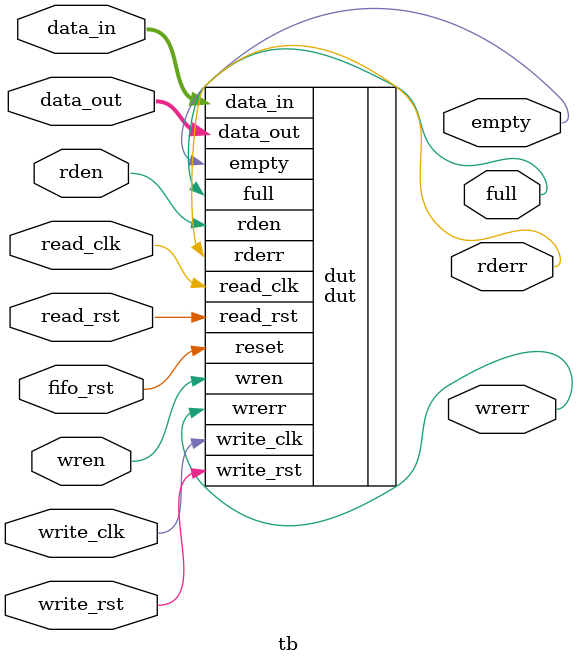
<source format=v>

`timescale 1ps/1ps

module tb
  (
   input wire        read_clk,
   input wire        read_rst,
   input wire        write_clk,
   input wire        write_rst,
   input wire        fifo_rst,
   input wire [35:0] data_in,
   input wire        wren,
   output wire       full,
   output wire       wrerr,
   input wire [35:0] data_out,
   input wire        rden,
   output wire       empty,
   output wire       rderr
   );

   glbl glbl ();

   dut dut
     (.read_clk(read_clk), .read_rst(read_rst),
      .write_clk(write_clk), .write_rst(write_rst),
      .reset(fifo_rst),
      .data_in(data_in), .wren(wren), .full(full), .wrerr(wrerr),
      .data_out(data_out), .rden(rden), .empty(empty), .rderr(rderr));

`ifdef COCOTB_SIM
   initial begin
      $dumpfile("dump.vcd");
      $dumpvars(0, dut);
   end
`endif
endmodule // tb

</source>
